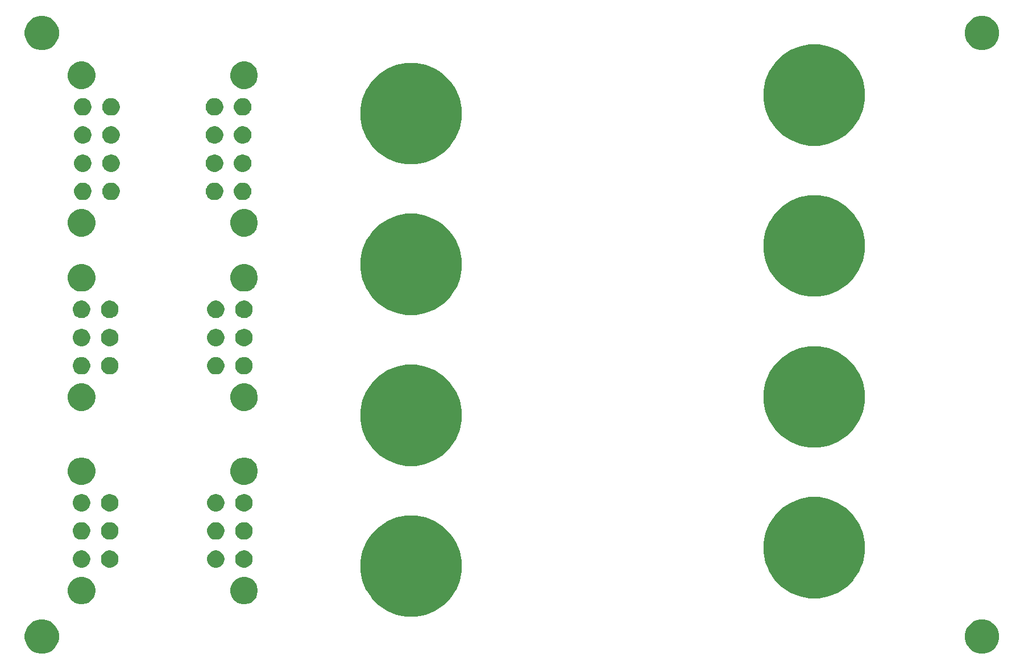
<source format=gbr>
G04 #@! TF.GenerationSoftware,KiCad,Pcbnew,(5.0.1)-3*
G04 #@! TF.CreationDate,2019-04-10T15:36:06+02:00*
G04 #@! TF.ProjectId,discovery,646973636F766572792E6B696361645F,rev?*
G04 #@! TF.SameCoordinates,PX4c4640PY8a48028*
G04 #@! TF.FileFunction,Soldermask,Bot*
G04 #@! TF.FilePolarity,Negative*
%FSLAX46Y46*%
G04 Gerber Fmt 4.6, Leading zero omitted, Abs format (unit mm)*
G04 Created by KiCad (PCBNEW (5.0.1)-3) date 10/04/2019 15:36:06*
%MOMM*%
%LPD*%
G01*
G04 APERTURE LIST*
%ADD10C,0.100000*%
G04 APERTURE END LIST*
D10*
G36*
X140745376Y2451407D02*
X140745378Y2451406D01*
X140745379Y2451406D01*
X141209632Y2259107D01*
X141625564Y1981190D01*
X141627451Y1979929D01*
X141982769Y1624611D01*
X141982771Y1624608D01*
X142261947Y1206792D01*
X142454246Y742539D01*
X142552280Y249692D01*
X142552280Y-252812D01*
X142454246Y-745659D01*
X142261947Y-1209912D01*
X141984030Y-1625844D01*
X141982769Y-1627731D01*
X141627451Y-1983049D01*
X141627448Y-1983051D01*
X141209632Y-2262227D01*
X140745379Y-2454526D01*
X140745378Y-2454526D01*
X140745376Y-2454527D01*
X140252533Y-2552560D01*
X139750027Y-2552560D01*
X139257184Y-2454527D01*
X139257182Y-2454526D01*
X139257181Y-2454526D01*
X138792928Y-2262227D01*
X138375112Y-1983051D01*
X138375109Y-1983049D01*
X138019791Y-1627731D01*
X138018530Y-1625844D01*
X137740613Y-1209912D01*
X137548314Y-745659D01*
X137450280Y-252812D01*
X137450280Y249692D01*
X137548314Y742539D01*
X137740613Y1206792D01*
X138019789Y1624608D01*
X138019791Y1624611D01*
X138375109Y1979929D01*
X138376996Y1981190D01*
X138792928Y2259107D01*
X139257181Y2451406D01*
X139257182Y2451406D01*
X139257184Y2451407D01*
X139750027Y2549440D01*
X140252533Y2549440D01*
X140745376Y2451407D01*
X140745376Y2451407D01*
G37*
G36*
X745376Y2451407D02*
X745378Y2451406D01*
X745379Y2451406D01*
X1209632Y2259107D01*
X1625564Y1981190D01*
X1627451Y1979929D01*
X1982769Y1624611D01*
X1982771Y1624608D01*
X2261947Y1206792D01*
X2454246Y742539D01*
X2552280Y249692D01*
X2552280Y-252812D01*
X2454246Y-745659D01*
X2261947Y-1209912D01*
X1984030Y-1625844D01*
X1982769Y-1627731D01*
X1627451Y-1983049D01*
X1627448Y-1983051D01*
X1209632Y-2262227D01*
X745379Y-2454526D01*
X745378Y-2454526D01*
X745376Y-2454527D01*
X252533Y-2552560D01*
X-249973Y-2552560D01*
X-742816Y-2454527D01*
X-742818Y-2454526D01*
X-742819Y-2454526D01*
X-1207072Y-2262227D01*
X-1624888Y-1983051D01*
X-1624891Y-1983049D01*
X-1980209Y-1627731D01*
X-1981470Y-1625844D01*
X-2259387Y-1209912D01*
X-2451686Y-745659D01*
X-2549720Y-252812D01*
X-2549720Y249692D01*
X-2451686Y742539D01*
X-2259387Y1206792D01*
X-1980211Y1624608D01*
X-1980209Y1624611D01*
X-1624891Y1979929D01*
X-1623004Y1981190D01*
X-1207072Y2259107D01*
X-742819Y2451406D01*
X-742818Y2451406D01*
X-742816Y2451407D01*
X-249973Y2549440D01*
X252533Y2549440D01*
X745376Y2451407D01*
X745376Y2451407D01*
G37*
G36*
X57203825Y17759260D02*
X58578018Y17190050D01*
X58578020Y17190049D01*
X59787209Y16382095D01*
X59814765Y16363683D01*
X60866523Y15311925D01*
X60866525Y15311922D01*
X61432527Y14464840D01*
X61692890Y14075178D01*
X62262100Y12700985D01*
X62552280Y11242150D01*
X62552280Y9754730D01*
X62262100Y8295895D01*
X61753425Y7067847D01*
X61692889Y6921700D01*
X61068758Y5987621D01*
X60866523Y5684955D01*
X59814765Y4633197D01*
X59814762Y4633195D01*
X58578020Y3806831D01*
X58578019Y3806830D01*
X58578018Y3806830D01*
X57203825Y3237620D01*
X55744990Y2947440D01*
X54257570Y2947440D01*
X52798735Y3237620D01*
X51424542Y3806830D01*
X51424541Y3806830D01*
X51424540Y3806831D01*
X50187798Y4633195D01*
X50187795Y4633197D01*
X49136037Y5684955D01*
X48933802Y5987621D01*
X48309671Y6921700D01*
X48249135Y7067847D01*
X47740460Y8295895D01*
X47450280Y9754730D01*
X47450280Y11242150D01*
X47740460Y12700985D01*
X48309670Y14075178D01*
X48570034Y14464840D01*
X49136035Y15311922D01*
X49136037Y15311925D01*
X50187795Y16363683D01*
X50215351Y16382095D01*
X51424540Y17190049D01*
X51424542Y17190050D01*
X52798735Y17759260D01*
X54257570Y18049440D01*
X55744990Y18049440D01*
X57203825Y17759260D01*
X57203825Y17759260D01*
G37*
G36*
X6499532Y8838022D02*
X6499534Y8838021D01*
X6499535Y8838021D01*
X6872793Y8683413D01*
X6872794Y8683412D01*
X7208719Y8458954D01*
X7494394Y8173279D01*
X7494396Y8173276D01*
X7718853Y7837353D01*
X7873461Y7464095D01*
X7952280Y7067846D01*
X7952280Y6663834D01*
X7873461Y6267585D01*
X7718853Y5894327D01*
X7718852Y5894326D01*
X7494394Y5558401D01*
X7208719Y5272726D01*
X7208716Y5272724D01*
X6872793Y5048267D01*
X6499535Y4893659D01*
X6499534Y4893659D01*
X6499532Y4893658D01*
X6103287Y4814840D01*
X5699273Y4814840D01*
X5303028Y4893658D01*
X5303026Y4893659D01*
X5303025Y4893659D01*
X4929767Y5048267D01*
X4593844Y5272724D01*
X4593841Y5272726D01*
X4308166Y5558401D01*
X4083708Y5894326D01*
X4083707Y5894327D01*
X3929099Y6267585D01*
X3850280Y6663834D01*
X3850280Y7067846D01*
X3929099Y7464095D01*
X4083707Y7837353D01*
X4308164Y8173276D01*
X4308166Y8173279D01*
X4593841Y8458954D01*
X4929766Y8683412D01*
X4929767Y8683413D01*
X5303025Y8838021D01*
X5303026Y8838021D01*
X5303028Y8838022D01*
X5699273Y8916840D01*
X6103287Y8916840D01*
X6499532Y8838022D01*
X6499532Y8838022D01*
G37*
G36*
X30699532Y8838022D02*
X30699534Y8838021D01*
X30699535Y8838021D01*
X31072793Y8683413D01*
X31072794Y8683412D01*
X31408719Y8458954D01*
X31694394Y8173279D01*
X31694396Y8173276D01*
X31918853Y7837353D01*
X32073461Y7464095D01*
X32152280Y7067846D01*
X32152280Y6663834D01*
X32073461Y6267585D01*
X31918853Y5894327D01*
X31918852Y5894326D01*
X31694394Y5558401D01*
X31408719Y5272726D01*
X31408716Y5272724D01*
X31072793Y5048267D01*
X30699535Y4893659D01*
X30699534Y4893659D01*
X30699532Y4893658D01*
X30303287Y4814840D01*
X29899273Y4814840D01*
X29503028Y4893658D01*
X29503026Y4893659D01*
X29503025Y4893659D01*
X29129767Y5048267D01*
X28793844Y5272724D01*
X28793841Y5272726D01*
X28508166Y5558401D01*
X28283708Y5894326D01*
X28283707Y5894327D01*
X28129099Y6267585D01*
X28050280Y6663834D01*
X28050280Y7067846D01*
X28129099Y7464095D01*
X28283707Y7837353D01*
X28508164Y8173276D01*
X28508166Y8173279D01*
X28793841Y8458954D01*
X29129766Y8683412D01*
X29129767Y8683413D01*
X29503025Y8838021D01*
X29503026Y8838021D01*
X29503028Y8838022D01*
X29899273Y8916840D01*
X30303287Y8916840D01*
X30699532Y8838022D01*
X30699532Y8838022D01*
G37*
G36*
X117203825Y20509260D02*
X118578018Y19940050D01*
X118578020Y19940049D01*
X119107361Y19586355D01*
X119814765Y19113683D01*
X120866523Y18061925D01*
X120866525Y18061922D01*
X121630354Y16918771D01*
X121692890Y16825178D01*
X122262100Y15450985D01*
X122552280Y13992150D01*
X122552280Y12504730D01*
X122262100Y11045895D01*
X121959285Y10314836D01*
X121692889Y9671700D01*
X120882560Y8458956D01*
X120866523Y8434955D01*
X119814765Y7383197D01*
X119814762Y7383195D01*
X118578020Y6556831D01*
X118578019Y6556830D01*
X118578018Y6556830D01*
X117203825Y5987620D01*
X115744990Y5697440D01*
X114257570Y5697440D01*
X112798735Y5987620D01*
X111424542Y6556830D01*
X111424541Y6556830D01*
X111424540Y6556831D01*
X110187798Y7383195D01*
X110187795Y7383197D01*
X109136037Y8434955D01*
X109120000Y8458956D01*
X108309671Y9671700D01*
X108043275Y10314836D01*
X107740460Y11045895D01*
X107450280Y12504730D01*
X107450280Y13992150D01*
X107740460Y15450985D01*
X108309670Y16825178D01*
X108372207Y16918771D01*
X109136035Y18061922D01*
X109136037Y18061925D01*
X110187795Y19113683D01*
X110895199Y19586355D01*
X111424540Y19940049D01*
X111424542Y19940050D01*
X112798735Y20509260D01*
X114257570Y20799440D01*
X115744990Y20799440D01*
X117203825Y20509260D01*
X117203825Y20509260D01*
G37*
G36*
X10480765Y12816844D02*
X10480767Y12816843D01*
X10480768Y12816843D01*
X10717535Y12718771D01*
X10930622Y12576391D01*
X11111831Y12395182D01*
X11254211Y12182095D01*
X11352284Y11945325D01*
X11402280Y11693979D01*
X11402280Y11437701D01*
X11352284Y11186355D01*
X11254211Y10949585D01*
X11111831Y10736498D01*
X10930622Y10555289D01*
X10930619Y10555287D01*
X10717535Y10412909D01*
X10480768Y10314837D01*
X10480767Y10314837D01*
X10480765Y10314836D01*
X10229419Y10264840D01*
X9973141Y10264840D01*
X9721795Y10314836D01*
X9721793Y10314837D01*
X9721792Y10314837D01*
X9485025Y10412909D01*
X9271941Y10555287D01*
X9271938Y10555289D01*
X9090729Y10736498D01*
X8948349Y10949585D01*
X8850276Y11186355D01*
X8800280Y11437701D01*
X8800280Y11693979D01*
X8850276Y11945325D01*
X8948349Y12182095D01*
X9090729Y12395182D01*
X9271938Y12576391D01*
X9485025Y12718771D01*
X9721792Y12816843D01*
X9721793Y12816843D01*
X9721795Y12816844D01*
X9973141Y12866840D01*
X10229419Y12866840D01*
X10480765Y12816844D01*
X10480765Y12816844D01*
G37*
G36*
X6280765Y12816844D02*
X6280767Y12816843D01*
X6280768Y12816843D01*
X6517535Y12718771D01*
X6730622Y12576391D01*
X6911831Y12395182D01*
X7054211Y12182095D01*
X7152284Y11945325D01*
X7202280Y11693979D01*
X7202280Y11437701D01*
X7152284Y11186355D01*
X7054211Y10949585D01*
X6911831Y10736498D01*
X6730622Y10555289D01*
X6730619Y10555287D01*
X6517535Y10412909D01*
X6280768Y10314837D01*
X6280767Y10314837D01*
X6280765Y10314836D01*
X6029419Y10264840D01*
X5773141Y10264840D01*
X5521795Y10314836D01*
X5521793Y10314837D01*
X5521792Y10314837D01*
X5285025Y10412909D01*
X5071941Y10555287D01*
X5071938Y10555289D01*
X4890729Y10736498D01*
X4748349Y10949585D01*
X4650276Y11186355D01*
X4600280Y11437701D01*
X4600280Y11693979D01*
X4650276Y11945325D01*
X4748349Y12182095D01*
X4890729Y12395182D01*
X5071938Y12576391D01*
X5285025Y12718771D01*
X5521792Y12816843D01*
X5521793Y12816843D01*
X5521795Y12816844D01*
X5773141Y12866840D01*
X6029419Y12866840D01*
X6280765Y12816844D01*
X6280765Y12816844D01*
G37*
G36*
X30480765Y12816844D02*
X30480767Y12816843D01*
X30480768Y12816843D01*
X30717535Y12718771D01*
X30930622Y12576391D01*
X31111831Y12395182D01*
X31254211Y12182095D01*
X31352284Y11945325D01*
X31402280Y11693979D01*
X31402280Y11437701D01*
X31352284Y11186355D01*
X31254211Y10949585D01*
X31111831Y10736498D01*
X30930622Y10555289D01*
X30930619Y10555287D01*
X30717535Y10412909D01*
X30480768Y10314837D01*
X30480767Y10314837D01*
X30480765Y10314836D01*
X30229419Y10264840D01*
X29973141Y10264840D01*
X29721795Y10314836D01*
X29721793Y10314837D01*
X29721792Y10314837D01*
X29485025Y10412909D01*
X29271941Y10555287D01*
X29271938Y10555289D01*
X29090729Y10736498D01*
X28948349Y10949585D01*
X28850276Y11186355D01*
X28800280Y11437701D01*
X28800280Y11693979D01*
X28850276Y11945325D01*
X28948349Y12182095D01*
X29090729Y12395182D01*
X29271938Y12576391D01*
X29485025Y12718771D01*
X29721792Y12816843D01*
X29721793Y12816843D01*
X29721795Y12816844D01*
X29973141Y12866840D01*
X30229419Y12866840D01*
X30480765Y12816844D01*
X30480765Y12816844D01*
G37*
G36*
X26280765Y12816844D02*
X26280767Y12816843D01*
X26280768Y12816843D01*
X26517535Y12718771D01*
X26730622Y12576391D01*
X26911831Y12395182D01*
X27054211Y12182095D01*
X27152284Y11945325D01*
X27202280Y11693979D01*
X27202280Y11437701D01*
X27152284Y11186355D01*
X27054211Y10949585D01*
X26911831Y10736498D01*
X26730622Y10555289D01*
X26730619Y10555287D01*
X26517535Y10412909D01*
X26280768Y10314837D01*
X26280767Y10314837D01*
X26280765Y10314836D01*
X26029419Y10264840D01*
X25773141Y10264840D01*
X25521795Y10314836D01*
X25521793Y10314837D01*
X25521792Y10314837D01*
X25285025Y10412909D01*
X25071941Y10555287D01*
X25071938Y10555289D01*
X24890729Y10736498D01*
X24748349Y10949585D01*
X24650276Y11186355D01*
X24600280Y11437701D01*
X24600280Y11693979D01*
X24650276Y11945325D01*
X24748349Y12182095D01*
X24890729Y12395182D01*
X25071938Y12576391D01*
X25285025Y12718771D01*
X25521792Y12816843D01*
X25521793Y12816843D01*
X25521795Y12816844D01*
X25773141Y12866840D01*
X26029419Y12866840D01*
X26280765Y12816844D01*
X26280765Y12816844D01*
G37*
G36*
X26280765Y17016844D02*
X26280767Y17016843D01*
X26280768Y17016843D01*
X26517535Y16918771D01*
X26730622Y16776391D01*
X26911831Y16595182D01*
X27054211Y16382095D01*
X27152284Y16145325D01*
X27202280Y15893979D01*
X27202280Y15637701D01*
X27152284Y15386355D01*
X27054211Y15149585D01*
X26911831Y14936498D01*
X26730622Y14755289D01*
X26730619Y14755287D01*
X26517535Y14612909D01*
X26280768Y14514837D01*
X26280767Y14514837D01*
X26280765Y14514836D01*
X26029419Y14464840D01*
X25773141Y14464840D01*
X25521795Y14514836D01*
X25521793Y14514837D01*
X25521792Y14514837D01*
X25285025Y14612909D01*
X25071941Y14755287D01*
X25071938Y14755289D01*
X24890729Y14936498D01*
X24748349Y15149585D01*
X24650276Y15386355D01*
X24600280Y15637701D01*
X24600280Y15893979D01*
X24650276Y16145325D01*
X24748349Y16382095D01*
X24890729Y16595182D01*
X25071938Y16776391D01*
X25285025Y16918771D01*
X25521792Y17016843D01*
X25521793Y17016843D01*
X25521795Y17016844D01*
X25773141Y17066840D01*
X26029419Y17066840D01*
X26280765Y17016844D01*
X26280765Y17016844D01*
G37*
G36*
X10480765Y17016844D02*
X10480767Y17016843D01*
X10480768Y17016843D01*
X10717535Y16918771D01*
X10930622Y16776391D01*
X11111831Y16595182D01*
X11254211Y16382095D01*
X11352284Y16145325D01*
X11402280Y15893979D01*
X11402280Y15637701D01*
X11352284Y15386355D01*
X11254211Y15149585D01*
X11111831Y14936498D01*
X10930622Y14755289D01*
X10930619Y14755287D01*
X10717535Y14612909D01*
X10480768Y14514837D01*
X10480767Y14514837D01*
X10480765Y14514836D01*
X10229419Y14464840D01*
X9973141Y14464840D01*
X9721795Y14514836D01*
X9721793Y14514837D01*
X9721792Y14514837D01*
X9485025Y14612909D01*
X9271941Y14755287D01*
X9271938Y14755289D01*
X9090729Y14936498D01*
X8948349Y15149585D01*
X8850276Y15386355D01*
X8800280Y15637701D01*
X8800280Y15893979D01*
X8850276Y16145325D01*
X8948349Y16382095D01*
X9090729Y16595182D01*
X9271938Y16776391D01*
X9485025Y16918771D01*
X9721792Y17016843D01*
X9721793Y17016843D01*
X9721795Y17016844D01*
X9973141Y17066840D01*
X10229419Y17066840D01*
X10480765Y17016844D01*
X10480765Y17016844D01*
G37*
G36*
X6280765Y17016844D02*
X6280767Y17016843D01*
X6280768Y17016843D01*
X6517535Y16918771D01*
X6730622Y16776391D01*
X6911831Y16595182D01*
X7054211Y16382095D01*
X7152284Y16145325D01*
X7202280Y15893979D01*
X7202280Y15637701D01*
X7152284Y15386355D01*
X7054211Y15149585D01*
X6911831Y14936498D01*
X6730622Y14755289D01*
X6730619Y14755287D01*
X6517535Y14612909D01*
X6280768Y14514837D01*
X6280767Y14514837D01*
X6280765Y14514836D01*
X6029419Y14464840D01*
X5773141Y14464840D01*
X5521795Y14514836D01*
X5521793Y14514837D01*
X5521792Y14514837D01*
X5285025Y14612909D01*
X5071941Y14755287D01*
X5071938Y14755289D01*
X4890729Y14936498D01*
X4748349Y15149585D01*
X4650276Y15386355D01*
X4600280Y15637701D01*
X4600280Y15893979D01*
X4650276Y16145325D01*
X4748349Y16382095D01*
X4890729Y16595182D01*
X5071938Y16776391D01*
X5285025Y16918771D01*
X5521792Y17016843D01*
X5521793Y17016843D01*
X5521795Y17016844D01*
X5773141Y17066840D01*
X6029419Y17066840D01*
X6280765Y17016844D01*
X6280765Y17016844D01*
G37*
G36*
X30480765Y17016844D02*
X30480767Y17016843D01*
X30480768Y17016843D01*
X30717535Y16918771D01*
X30930622Y16776391D01*
X31111831Y16595182D01*
X31254211Y16382095D01*
X31352284Y16145325D01*
X31402280Y15893979D01*
X31402280Y15637701D01*
X31352284Y15386355D01*
X31254211Y15149585D01*
X31111831Y14936498D01*
X30930622Y14755289D01*
X30930619Y14755287D01*
X30717535Y14612909D01*
X30480768Y14514837D01*
X30480767Y14514837D01*
X30480765Y14514836D01*
X30229419Y14464840D01*
X29973141Y14464840D01*
X29721795Y14514836D01*
X29721793Y14514837D01*
X29721792Y14514837D01*
X29485025Y14612909D01*
X29271941Y14755287D01*
X29271938Y14755289D01*
X29090729Y14936498D01*
X28948349Y15149585D01*
X28850276Y15386355D01*
X28800280Y15637701D01*
X28800280Y15893979D01*
X28850276Y16145325D01*
X28948349Y16382095D01*
X29090729Y16595182D01*
X29271938Y16776391D01*
X29485025Y16918771D01*
X29721792Y17016843D01*
X29721793Y17016843D01*
X29721795Y17016844D01*
X29973141Y17066840D01*
X30229419Y17066840D01*
X30480765Y17016844D01*
X30480765Y17016844D01*
G37*
G36*
X26280765Y21216844D02*
X26280767Y21216843D01*
X26280768Y21216843D01*
X26517535Y21118771D01*
X26730622Y20976391D01*
X26911831Y20795182D01*
X27054211Y20582095D01*
X27152284Y20345325D01*
X27202280Y20093979D01*
X27202280Y19837701D01*
X27152284Y19586355D01*
X27054211Y19349585D01*
X26911831Y19136498D01*
X26730622Y18955289D01*
X26730619Y18955287D01*
X26517535Y18812909D01*
X26280768Y18714837D01*
X26280767Y18714837D01*
X26280765Y18714836D01*
X26029419Y18664840D01*
X25773141Y18664840D01*
X25521795Y18714836D01*
X25521793Y18714837D01*
X25521792Y18714837D01*
X25285025Y18812909D01*
X25071941Y18955287D01*
X25071938Y18955289D01*
X24890729Y19136498D01*
X24748349Y19349585D01*
X24650276Y19586355D01*
X24600280Y19837701D01*
X24600280Y20093979D01*
X24650276Y20345325D01*
X24748349Y20582095D01*
X24890729Y20795182D01*
X25071938Y20976391D01*
X25285025Y21118771D01*
X25521792Y21216843D01*
X25521793Y21216843D01*
X25521795Y21216844D01*
X25773141Y21266840D01*
X26029419Y21266840D01*
X26280765Y21216844D01*
X26280765Y21216844D01*
G37*
G36*
X6280765Y21216844D02*
X6280767Y21216843D01*
X6280768Y21216843D01*
X6517535Y21118771D01*
X6730622Y20976391D01*
X6911831Y20795182D01*
X7054211Y20582095D01*
X7152284Y20345325D01*
X7202280Y20093979D01*
X7202280Y19837701D01*
X7152284Y19586355D01*
X7054211Y19349585D01*
X6911831Y19136498D01*
X6730622Y18955289D01*
X6730619Y18955287D01*
X6517535Y18812909D01*
X6280768Y18714837D01*
X6280767Y18714837D01*
X6280765Y18714836D01*
X6029419Y18664840D01*
X5773141Y18664840D01*
X5521795Y18714836D01*
X5521793Y18714837D01*
X5521792Y18714837D01*
X5285025Y18812909D01*
X5071941Y18955287D01*
X5071938Y18955289D01*
X4890729Y19136498D01*
X4748349Y19349585D01*
X4650276Y19586355D01*
X4600280Y19837701D01*
X4600280Y20093979D01*
X4650276Y20345325D01*
X4748349Y20582095D01*
X4890729Y20795182D01*
X5071938Y20976391D01*
X5285025Y21118771D01*
X5521792Y21216843D01*
X5521793Y21216843D01*
X5521795Y21216844D01*
X5773141Y21266840D01*
X6029419Y21266840D01*
X6280765Y21216844D01*
X6280765Y21216844D01*
G37*
G36*
X10480765Y21216844D02*
X10480767Y21216843D01*
X10480768Y21216843D01*
X10717535Y21118771D01*
X10930622Y20976391D01*
X11111831Y20795182D01*
X11254211Y20582095D01*
X11352284Y20345325D01*
X11402280Y20093979D01*
X11402280Y19837701D01*
X11352284Y19586355D01*
X11254211Y19349585D01*
X11111831Y19136498D01*
X10930622Y18955289D01*
X10930619Y18955287D01*
X10717535Y18812909D01*
X10480768Y18714837D01*
X10480767Y18714837D01*
X10480765Y18714836D01*
X10229419Y18664840D01*
X9973141Y18664840D01*
X9721795Y18714836D01*
X9721793Y18714837D01*
X9721792Y18714837D01*
X9485025Y18812909D01*
X9271941Y18955287D01*
X9271938Y18955289D01*
X9090729Y19136498D01*
X8948349Y19349585D01*
X8850276Y19586355D01*
X8800280Y19837701D01*
X8800280Y20093979D01*
X8850276Y20345325D01*
X8948349Y20582095D01*
X9090729Y20795182D01*
X9271938Y20976391D01*
X9485025Y21118771D01*
X9721792Y21216843D01*
X9721793Y21216843D01*
X9721795Y21216844D01*
X9973141Y21266840D01*
X10229419Y21266840D01*
X10480765Y21216844D01*
X10480765Y21216844D01*
G37*
G36*
X30480765Y21216844D02*
X30480767Y21216843D01*
X30480768Y21216843D01*
X30717535Y21118771D01*
X30930622Y20976391D01*
X31111831Y20795182D01*
X31254211Y20582095D01*
X31352284Y20345325D01*
X31402280Y20093979D01*
X31402280Y19837701D01*
X31352284Y19586355D01*
X31254211Y19349585D01*
X31111831Y19136498D01*
X30930622Y18955289D01*
X30930619Y18955287D01*
X30717535Y18812909D01*
X30480768Y18714837D01*
X30480767Y18714837D01*
X30480765Y18714836D01*
X30229419Y18664840D01*
X29973141Y18664840D01*
X29721795Y18714836D01*
X29721793Y18714837D01*
X29721792Y18714837D01*
X29485025Y18812909D01*
X29271941Y18955287D01*
X29271938Y18955289D01*
X29090729Y19136498D01*
X28948349Y19349585D01*
X28850276Y19586355D01*
X28800280Y19837701D01*
X28800280Y20093979D01*
X28850276Y20345325D01*
X28948349Y20582095D01*
X29090729Y20795182D01*
X29271938Y20976391D01*
X29485025Y21118771D01*
X29721792Y21216843D01*
X29721793Y21216843D01*
X29721795Y21216844D01*
X29973141Y21266840D01*
X30229419Y21266840D01*
X30480765Y21216844D01*
X30480765Y21216844D01*
G37*
G36*
X30699532Y26638022D02*
X30699534Y26638021D01*
X30699535Y26638021D01*
X31072793Y26483413D01*
X31072794Y26483412D01*
X31408719Y26258954D01*
X31694394Y25973279D01*
X31694396Y25973276D01*
X31918853Y25637353D01*
X32073461Y25264095D01*
X32152280Y24867846D01*
X32152280Y24463834D01*
X32073461Y24067585D01*
X31918853Y23694327D01*
X31918852Y23694326D01*
X31694394Y23358401D01*
X31408719Y23072726D01*
X31408716Y23072724D01*
X31072793Y22848267D01*
X30699535Y22693659D01*
X30699534Y22693659D01*
X30699532Y22693658D01*
X30303287Y22614840D01*
X29899273Y22614840D01*
X29503028Y22693658D01*
X29503026Y22693659D01*
X29503025Y22693659D01*
X29129767Y22848267D01*
X28793844Y23072724D01*
X28793841Y23072726D01*
X28508166Y23358401D01*
X28283708Y23694326D01*
X28283707Y23694327D01*
X28129099Y24067585D01*
X28050280Y24463834D01*
X28050280Y24867846D01*
X28129099Y25264095D01*
X28283707Y25637353D01*
X28508164Y25973276D01*
X28508166Y25973279D01*
X28793841Y26258954D01*
X29129766Y26483412D01*
X29129767Y26483413D01*
X29503025Y26638021D01*
X29503026Y26638021D01*
X29503028Y26638022D01*
X29899273Y26716840D01*
X30303287Y26716840D01*
X30699532Y26638022D01*
X30699532Y26638022D01*
G37*
G36*
X6499532Y26638022D02*
X6499534Y26638021D01*
X6499535Y26638021D01*
X6872793Y26483413D01*
X6872794Y26483412D01*
X7208719Y26258954D01*
X7494394Y25973279D01*
X7494396Y25973276D01*
X7718853Y25637353D01*
X7873461Y25264095D01*
X7952280Y24867846D01*
X7952280Y24463834D01*
X7873461Y24067585D01*
X7718853Y23694327D01*
X7718852Y23694326D01*
X7494394Y23358401D01*
X7208719Y23072726D01*
X7208716Y23072724D01*
X6872793Y22848267D01*
X6499535Y22693659D01*
X6499534Y22693659D01*
X6499532Y22693658D01*
X6103287Y22614840D01*
X5699273Y22614840D01*
X5303028Y22693658D01*
X5303026Y22693659D01*
X5303025Y22693659D01*
X4929767Y22848267D01*
X4593844Y23072724D01*
X4593841Y23072726D01*
X4308166Y23358401D01*
X4083708Y23694326D01*
X4083707Y23694327D01*
X3929099Y24067585D01*
X3850280Y24463834D01*
X3850280Y24867846D01*
X3929099Y25264095D01*
X4083707Y25637353D01*
X4308164Y25973276D01*
X4308166Y25973279D01*
X4593841Y26258954D01*
X4929766Y26483412D01*
X4929767Y26483413D01*
X5303025Y26638021D01*
X5303026Y26638021D01*
X5303028Y26638022D01*
X5699273Y26716840D01*
X6103287Y26716840D01*
X6499532Y26638022D01*
X6499532Y26638022D01*
G37*
G36*
X57203825Y40259260D02*
X58578018Y39690050D01*
X58578020Y39690049D01*
X59390097Y39147437D01*
X59814765Y38863683D01*
X60866523Y37811925D01*
X60866525Y37811922D01*
X61629564Y36669953D01*
X61692890Y36575178D01*
X62262100Y35200985D01*
X62552280Y33742150D01*
X62552280Y32254730D01*
X62262100Y30795895D01*
X61692890Y29421702D01*
X61692889Y29421700D01*
X61449091Y29056830D01*
X60866523Y28184955D01*
X59814765Y27133197D01*
X59814762Y27133195D01*
X58578020Y26306831D01*
X58578019Y26306830D01*
X58578018Y26306830D01*
X57203825Y25737620D01*
X55744990Y25447440D01*
X54257570Y25447440D01*
X52798735Y25737620D01*
X51424542Y26306830D01*
X51424541Y26306830D01*
X51424540Y26306831D01*
X50187798Y27133195D01*
X50187795Y27133197D01*
X49136037Y28184955D01*
X48553469Y29056830D01*
X48309671Y29421700D01*
X48309670Y29421702D01*
X47740460Y30795895D01*
X47450280Y32254730D01*
X47450280Y33742150D01*
X47740460Y35200985D01*
X48309670Y36575178D01*
X48372997Y36669953D01*
X49136035Y37811922D01*
X49136037Y37811925D01*
X50187795Y38863683D01*
X50612463Y39147437D01*
X51424540Y39690049D01*
X51424542Y39690050D01*
X52798735Y40259260D01*
X54257570Y40549440D01*
X55744990Y40549440D01*
X57203825Y40259260D01*
X57203825Y40259260D01*
G37*
G36*
X117203825Y43009260D02*
X118578018Y42440050D01*
X118578020Y42440049D01*
X119686420Y41699440D01*
X119814765Y41613683D01*
X120866523Y40561925D01*
X120866525Y40561922D01*
X121650990Y39387887D01*
X121692890Y39325178D01*
X122262100Y37950985D01*
X122552280Y36492150D01*
X122552280Y35004730D01*
X122262100Y33545895D01*
X121692890Y32171702D01*
X120866523Y30934955D01*
X119814765Y29883197D01*
X119814762Y29883195D01*
X118578020Y29056831D01*
X118578019Y29056830D01*
X118578018Y29056830D01*
X117203825Y28487620D01*
X115744990Y28197440D01*
X114257570Y28197440D01*
X112798735Y28487620D01*
X111424542Y29056830D01*
X111424541Y29056830D01*
X111424540Y29056831D01*
X110187798Y29883195D01*
X110187795Y29883197D01*
X109136037Y30934955D01*
X108309670Y32171702D01*
X107740460Y33545895D01*
X107450280Y35004730D01*
X107450280Y36492150D01*
X107740460Y37950985D01*
X108309670Y39325178D01*
X108351571Y39387887D01*
X109136035Y40561922D01*
X109136037Y40561925D01*
X110187795Y41613683D01*
X110316140Y41699440D01*
X111424540Y42440049D01*
X111424542Y42440050D01*
X112798735Y43009260D01*
X114257570Y43299440D01*
X115744990Y43299440D01*
X117203825Y43009260D01*
X117203825Y43009260D01*
G37*
G36*
X30699532Y37670622D02*
X30699534Y37670621D01*
X30699535Y37670621D01*
X31072793Y37516013D01*
X31072794Y37516012D01*
X31408719Y37291554D01*
X31694394Y37005879D01*
X31694396Y37005876D01*
X31918853Y36669953D01*
X32073461Y36296695D01*
X32073462Y36296692D01*
X32152280Y35900447D01*
X32152280Y35496433D01*
X32093512Y35200985D01*
X32073461Y35100185D01*
X31918853Y34726927D01*
X31918852Y34726926D01*
X31694394Y34391001D01*
X31408719Y34105326D01*
X31408716Y34105324D01*
X31072793Y33880867D01*
X30699535Y33726259D01*
X30699534Y33726259D01*
X30699532Y33726258D01*
X30303287Y33647440D01*
X29899273Y33647440D01*
X29503028Y33726258D01*
X29503026Y33726259D01*
X29503025Y33726259D01*
X29129767Y33880867D01*
X28793844Y34105324D01*
X28793841Y34105326D01*
X28508166Y34391001D01*
X28283708Y34726926D01*
X28283707Y34726927D01*
X28129099Y35100185D01*
X28109049Y35200985D01*
X28050280Y35496433D01*
X28050280Y35900447D01*
X28129098Y36296692D01*
X28129099Y36296695D01*
X28283707Y36669953D01*
X28508164Y37005876D01*
X28508166Y37005879D01*
X28793841Y37291554D01*
X29129766Y37516012D01*
X29129767Y37516013D01*
X29503025Y37670621D01*
X29503026Y37670621D01*
X29503028Y37670622D01*
X29899273Y37749440D01*
X30303287Y37749440D01*
X30699532Y37670622D01*
X30699532Y37670622D01*
G37*
G36*
X6499532Y37670622D02*
X6499534Y37670621D01*
X6499535Y37670621D01*
X6872793Y37516013D01*
X6872794Y37516012D01*
X7208719Y37291554D01*
X7494394Y37005879D01*
X7494396Y37005876D01*
X7718853Y36669953D01*
X7873461Y36296695D01*
X7873462Y36296692D01*
X7952280Y35900447D01*
X7952280Y35496433D01*
X7893512Y35200985D01*
X7873461Y35100185D01*
X7718853Y34726927D01*
X7718852Y34726926D01*
X7494394Y34391001D01*
X7208719Y34105326D01*
X7208716Y34105324D01*
X6872793Y33880867D01*
X6499535Y33726259D01*
X6499534Y33726259D01*
X6499532Y33726258D01*
X6103287Y33647440D01*
X5699273Y33647440D01*
X5303028Y33726258D01*
X5303026Y33726259D01*
X5303025Y33726259D01*
X4929767Y33880867D01*
X4593844Y34105324D01*
X4593841Y34105326D01*
X4308166Y34391001D01*
X4083708Y34726926D01*
X4083707Y34726927D01*
X3929099Y35100185D01*
X3909049Y35200985D01*
X3850280Y35496433D01*
X3850280Y35900447D01*
X3929098Y36296692D01*
X3929099Y36296695D01*
X4083707Y36669953D01*
X4308164Y37005876D01*
X4308166Y37005879D01*
X4593841Y37291554D01*
X4929766Y37516012D01*
X4929767Y37516013D01*
X5303025Y37670621D01*
X5303026Y37670621D01*
X5303028Y37670622D01*
X5699273Y37749440D01*
X6103287Y37749440D01*
X6499532Y37670622D01*
X6499532Y37670622D01*
G37*
G36*
X10480765Y41649444D02*
X10480767Y41649443D01*
X10480768Y41649443D01*
X10567100Y41613683D01*
X10717535Y41551371D01*
X10930622Y41408991D01*
X11111831Y41227782D01*
X11254211Y41014695D01*
X11352284Y40777925D01*
X11402280Y40526579D01*
X11402280Y40270301D01*
X11352284Y40018955D01*
X11254211Y39782185D01*
X11111831Y39569098D01*
X10930622Y39387889D01*
X10930619Y39387887D01*
X10717535Y39245509D01*
X10480768Y39147437D01*
X10480767Y39147437D01*
X10480765Y39147436D01*
X10229419Y39097440D01*
X9973141Y39097440D01*
X9721795Y39147436D01*
X9721793Y39147437D01*
X9721792Y39147437D01*
X9485025Y39245509D01*
X9271941Y39387887D01*
X9271938Y39387889D01*
X9090729Y39569098D01*
X8948349Y39782185D01*
X8850276Y40018955D01*
X8800280Y40270301D01*
X8800280Y40526579D01*
X8850276Y40777925D01*
X8948349Y41014695D01*
X9090729Y41227782D01*
X9271938Y41408991D01*
X9485025Y41551371D01*
X9635460Y41613683D01*
X9721792Y41649443D01*
X9721793Y41649443D01*
X9721795Y41649444D01*
X9973141Y41699440D01*
X10229419Y41699440D01*
X10480765Y41649444D01*
X10480765Y41649444D01*
G37*
G36*
X6280765Y41649444D02*
X6280767Y41649443D01*
X6280768Y41649443D01*
X6367100Y41613683D01*
X6517535Y41551371D01*
X6730622Y41408991D01*
X6911831Y41227782D01*
X7054211Y41014695D01*
X7152284Y40777925D01*
X7202280Y40526579D01*
X7202280Y40270301D01*
X7152284Y40018955D01*
X7054211Y39782185D01*
X6911831Y39569098D01*
X6730622Y39387889D01*
X6730619Y39387887D01*
X6517535Y39245509D01*
X6280768Y39147437D01*
X6280767Y39147437D01*
X6280765Y39147436D01*
X6029419Y39097440D01*
X5773141Y39097440D01*
X5521795Y39147436D01*
X5521793Y39147437D01*
X5521792Y39147437D01*
X5285025Y39245509D01*
X5071941Y39387887D01*
X5071938Y39387889D01*
X4890729Y39569098D01*
X4748349Y39782185D01*
X4650276Y40018955D01*
X4600280Y40270301D01*
X4600280Y40526579D01*
X4650276Y40777925D01*
X4748349Y41014695D01*
X4890729Y41227782D01*
X5071938Y41408991D01*
X5285025Y41551371D01*
X5435460Y41613683D01*
X5521792Y41649443D01*
X5521793Y41649443D01*
X5521795Y41649444D01*
X5773141Y41699440D01*
X6029419Y41699440D01*
X6280765Y41649444D01*
X6280765Y41649444D01*
G37*
G36*
X30480765Y41649444D02*
X30480767Y41649443D01*
X30480768Y41649443D01*
X30567100Y41613683D01*
X30717535Y41551371D01*
X30930622Y41408991D01*
X31111831Y41227782D01*
X31254211Y41014695D01*
X31352284Y40777925D01*
X31402280Y40526579D01*
X31402280Y40270301D01*
X31352284Y40018955D01*
X31254211Y39782185D01*
X31111831Y39569098D01*
X30930622Y39387889D01*
X30930619Y39387887D01*
X30717535Y39245509D01*
X30480768Y39147437D01*
X30480767Y39147437D01*
X30480765Y39147436D01*
X30229419Y39097440D01*
X29973141Y39097440D01*
X29721795Y39147436D01*
X29721793Y39147437D01*
X29721792Y39147437D01*
X29485025Y39245509D01*
X29271941Y39387887D01*
X29271938Y39387889D01*
X29090729Y39569098D01*
X28948349Y39782185D01*
X28850276Y40018955D01*
X28800280Y40270301D01*
X28800280Y40526579D01*
X28850276Y40777925D01*
X28948349Y41014695D01*
X29090729Y41227782D01*
X29271938Y41408991D01*
X29485025Y41551371D01*
X29635460Y41613683D01*
X29721792Y41649443D01*
X29721793Y41649443D01*
X29721795Y41649444D01*
X29973141Y41699440D01*
X30229419Y41699440D01*
X30480765Y41649444D01*
X30480765Y41649444D01*
G37*
G36*
X26280765Y41649444D02*
X26280767Y41649443D01*
X26280768Y41649443D01*
X26367100Y41613683D01*
X26517535Y41551371D01*
X26730622Y41408991D01*
X26911831Y41227782D01*
X27054211Y41014695D01*
X27152284Y40777925D01*
X27202280Y40526579D01*
X27202280Y40270301D01*
X27152284Y40018955D01*
X27054211Y39782185D01*
X26911831Y39569098D01*
X26730622Y39387889D01*
X26730619Y39387887D01*
X26517535Y39245509D01*
X26280768Y39147437D01*
X26280767Y39147437D01*
X26280765Y39147436D01*
X26029419Y39097440D01*
X25773141Y39097440D01*
X25521795Y39147436D01*
X25521793Y39147437D01*
X25521792Y39147437D01*
X25285025Y39245509D01*
X25071941Y39387887D01*
X25071938Y39387889D01*
X24890729Y39569098D01*
X24748349Y39782185D01*
X24650276Y40018955D01*
X24600280Y40270301D01*
X24600280Y40526579D01*
X24650276Y40777925D01*
X24748349Y41014695D01*
X24890729Y41227782D01*
X25071938Y41408991D01*
X25285025Y41551371D01*
X25435460Y41613683D01*
X25521792Y41649443D01*
X25521793Y41649443D01*
X25521795Y41649444D01*
X25773141Y41699440D01*
X26029419Y41699440D01*
X26280765Y41649444D01*
X26280765Y41649444D01*
G37*
G36*
X30480765Y45849444D02*
X30480767Y45849443D01*
X30480768Y45849443D01*
X30717535Y45751371D01*
X30930622Y45608991D01*
X31111831Y45427782D01*
X31254211Y45214695D01*
X31352284Y44977925D01*
X31402280Y44726579D01*
X31402280Y44470301D01*
X31352284Y44218955D01*
X31254211Y43982185D01*
X31111831Y43769098D01*
X30930622Y43587889D01*
X30930619Y43587887D01*
X30717535Y43445509D01*
X30480768Y43347437D01*
X30480767Y43347437D01*
X30480765Y43347436D01*
X30229419Y43297440D01*
X29973141Y43297440D01*
X29721795Y43347436D01*
X29721793Y43347437D01*
X29721792Y43347437D01*
X29485025Y43445509D01*
X29271941Y43587887D01*
X29271938Y43587889D01*
X29090729Y43769098D01*
X28948349Y43982185D01*
X28850276Y44218955D01*
X28800280Y44470301D01*
X28800280Y44726579D01*
X28850276Y44977925D01*
X28948349Y45214695D01*
X29090729Y45427782D01*
X29271938Y45608991D01*
X29485025Y45751371D01*
X29721792Y45849443D01*
X29721793Y45849443D01*
X29721795Y45849444D01*
X29973141Y45899440D01*
X30229419Y45899440D01*
X30480765Y45849444D01*
X30480765Y45849444D01*
G37*
G36*
X6280765Y45849444D02*
X6280767Y45849443D01*
X6280768Y45849443D01*
X6517535Y45751371D01*
X6730622Y45608991D01*
X6911831Y45427782D01*
X7054211Y45214695D01*
X7152284Y44977925D01*
X7202280Y44726579D01*
X7202280Y44470301D01*
X7152284Y44218955D01*
X7054211Y43982185D01*
X6911831Y43769098D01*
X6730622Y43587889D01*
X6730619Y43587887D01*
X6517535Y43445509D01*
X6280768Y43347437D01*
X6280767Y43347437D01*
X6280765Y43347436D01*
X6029419Y43297440D01*
X5773141Y43297440D01*
X5521795Y43347436D01*
X5521793Y43347437D01*
X5521792Y43347437D01*
X5285025Y43445509D01*
X5071941Y43587887D01*
X5071938Y43587889D01*
X4890729Y43769098D01*
X4748349Y43982185D01*
X4650276Y44218955D01*
X4600280Y44470301D01*
X4600280Y44726579D01*
X4650276Y44977925D01*
X4748349Y45214695D01*
X4890729Y45427782D01*
X5071938Y45608991D01*
X5285025Y45751371D01*
X5521792Y45849443D01*
X5521793Y45849443D01*
X5521795Y45849444D01*
X5773141Y45899440D01*
X6029419Y45899440D01*
X6280765Y45849444D01*
X6280765Y45849444D01*
G37*
G36*
X26280765Y45849444D02*
X26280767Y45849443D01*
X26280768Y45849443D01*
X26517535Y45751371D01*
X26730622Y45608991D01*
X26911831Y45427782D01*
X27054211Y45214695D01*
X27152284Y44977925D01*
X27202280Y44726579D01*
X27202280Y44470301D01*
X27152284Y44218955D01*
X27054211Y43982185D01*
X26911831Y43769098D01*
X26730622Y43587889D01*
X26730619Y43587887D01*
X26517535Y43445509D01*
X26280768Y43347437D01*
X26280767Y43347437D01*
X26280765Y43347436D01*
X26029419Y43297440D01*
X25773141Y43297440D01*
X25521795Y43347436D01*
X25521793Y43347437D01*
X25521792Y43347437D01*
X25285025Y43445509D01*
X25071941Y43587887D01*
X25071938Y43587889D01*
X24890729Y43769098D01*
X24748349Y43982185D01*
X24650276Y44218955D01*
X24600280Y44470301D01*
X24600280Y44726579D01*
X24650276Y44977925D01*
X24748349Y45214695D01*
X24890729Y45427782D01*
X25071938Y45608991D01*
X25285025Y45751371D01*
X25521792Y45849443D01*
X25521793Y45849443D01*
X25521795Y45849444D01*
X25773141Y45899440D01*
X26029419Y45899440D01*
X26280765Y45849444D01*
X26280765Y45849444D01*
G37*
G36*
X10480765Y45849444D02*
X10480767Y45849443D01*
X10480768Y45849443D01*
X10717535Y45751371D01*
X10930622Y45608991D01*
X11111831Y45427782D01*
X11254211Y45214695D01*
X11352284Y44977925D01*
X11402280Y44726579D01*
X11402280Y44470301D01*
X11352284Y44218955D01*
X11254211Y43982185D01*
X11111831Y43769098D01*
X10930622Y43587889D01*
X10930619Y43587887D01*
X10717535Y43445509D01*
X10480768Y43347437D01*
X10480767Y43347437D01*
X10480765Y43347436D01*
X10229419Y43297440D01*
X9973141Y43297440D01*
X9721795Y43347436D01*
X9721793Y43347437D01*
X9721792Y43347437D01*
X9485025Y43445509D01*
X9271941Y43587887D01*
X9271938Y43587889D01*
X9090729Y43769098D01*
X8948349Y43982185D01*
X8850276Y44218955D01*
X8800280Y44470301D01*
X8800280Y44726579D01*
X8850276Y44977925D01*
X8948349Y45214695D01*
X9090729Y45427782D01*
X9271938Y45608991D01*
X9485025Y45751371D01*
X9721792Y45849443D01*
X9721793Y45849443D01*
X9721795Y45849444D01*
X9973141Y45899440D01*
X10229419Y45899440D01*
X10480765Y45849444D01*
X10480765Y45849444D01*
G37*
G36*
X30480765Y50049444D02*
X30480767Y50049443D01*
X30480768Y50049443D01*
X30717535Y49951371D01*
X30930622Y49808991D01*
X31111831Y49627782D01*
X31254211Y49414695D01*
X31352284Y49177925D01*
X31402280Y48926579D01*
X31402280Y48670301D01*
X31352284Y48418955D01*
X31254211Y48182185D01*
X31111831Y47969098D01*
X30930622Y47787889D01*
X30930619Y47787887D01*
X30717535Y47645509D01*
X30480768Y47547437D01*
X30480767Y47547437D01*
X30480765Y47547436D01*
X30229419Y47497440D01*
X29973141Y47497440D01*
X29721795Y47547436D01*
X29721793Y47547437D01*
X29721792Y47547437D01*
X29485025Y47645509D01*
X29271941Y47787887D01*
X29271938Y47787889D01*
X29090729Y47969098D01*
X28948349Y48182185D01*
X28850276Y48418955D01*
X28800280Y48670301D01*
X28800280Y48926579D01*
X28850276Y49177925D01*
X28948349Y49414695D01*
X29090729Y49627782D01*
X29271938Y49808991D01*
X29485025Y49951371D01*
X29721792Y50049443D01*
X29721793Y50049443D01*
X29721795Y50049444D01*
X29973141Y50099440D01*
X30229419Y50099440D01*
X30480765Y50049444D01*
X30480765Y50049444D01*
G37*
G36*
X6280765Y50049444D02*
X6280767Y50049443D01*
X6280768Y50049443D01*
X6517535Y49951371D01*
X6730622Y49808991D01*
X6911831Y49627782D01*
X7054211Y49414695D01*
X7152284Y49177925D01*
X7202280Y48926579D01*
X7202280Y48670301D01*
X7152284Y48418955D01*
X7054211Y48182185D01*
X6911831Y47969098D01*
X6730622Y47787889D01*
X6730619Y47787887D01*
X6517535Y47645509D01*
X6280768Y47547437D01*
X6280767Y47547437D01*
X6280765Y47547436D01*
X6029419Y47497440D01*
X5773141Y47497440D01*
X5521795Y47547436D01*
X5521793Y47547437D01*
X5521792Y47547437D01*
X5285025Y47645509D01*
X5071941Y47787887D01*
X5071938Y47787889D01*
X4890729Y47969098D01*
X4748349Y48182185D01*
X4650276Y48418955D01*
X4600280Y48670301D01*
X4600280Y48926579D01*
X4650276Y49177925D01*
X4748349Y49414695D01*
X4890729Y49627782D01*
X5071938Y49808991D01*
X5285025Y49951371D01*
X5521792Y50049443D01*
X5521793Y50049443D01*
X5521795Y50049444D01*
X5773141Y50099440D01*
X6029419Y50099440D01*
X6280765Y50049444D01*
X6280765Y50049444D01*
G37*
G36*
X10480765Y50049444D02*
X10480767Y50049443D01*
X10480768Y50049443D01*
X10717535Y49951371D01*
X10930622Y49808991D01*
X11111831Y49627782D01*
X11254211Y49414695D01*
X11352284Y49177925D01*
X11402280Y48926579D01*
X11402280Y48670301D01*
X11352284Y48418955D01*
X11254211Y48182185D01*
X11111831Y47969098D01*
X10930622Y47787889D01*
X10930619Y47787887D01*
X10717535Y47645509D01*
X10480768Y47547437D01*
X10480767Y47547437D01*
X10480765Y47547436D01*
X10229419Y47497440D01*
X9973141Y47497440D01*
X9721795Y47547436D01*
X9721793Y47547437D01*
X9721792Y47547437D01*
X9485025Y47645509D01*
X9271941Y47787887D01*
X9271938Y47787889D01*
X9090729Y47969098D01*
X8948349Y48182185D01*
X8850276Y48418955D01*
X8800280Y48670301D01*
X8800280Y48926579D01*
X8850276Y49177925D01*
X8948349Y49414695D01*
X9090729Y49627782D01*
X9271938Y49808991D01*
X9485025Y49951371D01*
X9721792Y50049443D01*
X9721793Y50049443D01*
X9721795Y50049444D01*
X9973141Y50099440D01*
X10229419Y50099440D01*
X10480765Y50049444D01*
X10480765Y50049444D01*
G37*
G36*
X26280765Y50049444D02*
X26280767Y50049443D01*
X26280768Y50049443D01*
X26517535Y49951371D01*
X26730622Y49808991D01*
X26911831Y49627782D01*
X27054211Y49414695D01*
X27152284Y49177925D01*
X27202280Y48926579D01*
X27202280Y48670301D01*
X27152284Y48418955D01*
X27054211Y48182185D01*
X26911831Y47969098D01*
X26730622Y47787889D01*
X26730619Y47787887D01*
X26517535Y47645509D01*
X26280768Y47547437D01*
X26280767Y47547437D01*
X26280765Y47547436D01*
X26029419Y47497440D01*
X25773141Y47497440D01*
X25521795Y47547436D01*
X25521793Y47547437D01*
X25521792Y47547437D01*
X25285025Y47645509D01*
X25071941Y47787887D01*
X25071938Y47787889D01*
X24890729Y47969098D01*
X24748349Y48182185D01*
X24650276Y48418955D01*
X24600280Y48670301D01*
X24600280Y48926579D01*
X24650276Y49177925D01*
X24748349Y49414695D01*
X24890729Y49627782D01*
X25071938Y49808991D01*
X25285025Y49951371D01*
X25521792Y50049443D01*
X25521793Y50049443D01*
X25521795Y50049444D01*
X25773141Y50099440D01*
X26029419Y50099440D01*
X26280765Y50049444D01*
X26280765Y50049444D01*
G37*
G36*
X57203825Y62759260D02*
X58578018Y62190050D01*
X58578020Y62190049D01*
X59011440Y61900447D01*
X59814765Y61363683D01*
X60866523Y60311925D01*
X60866525Y60311922D01*
X61154547Y59880867D01*
X61692890Y59075178D01*
X62262100Y57700985D01*
X62552280Y56242150D01*
X62552280Y54754730D01*
X62262100Y53295895D01*
X61804437Y52191001D01*
X61692889Y51921700D01*
X61449091Y51556830D01*
X60866523Y50684955D01*
X59814765Y49633197D01*
X59814762Y49633195D01*
X58578020Y48806831D01*
X58578019Y48806830D01*
X58578018Y48806830D01*
X57203825Y48237620D01*
X55744990Y47947440D01*
X54257570Y47947440D01*
X52798735Y48237620D01*
X51424542Y48806830D01*
X51424541Y48806830D01*
X51424540Y48806831D01*
X50187798Y49633195D01*
X50187795Y49633197D01*
X49136037Y50684955D01*
X48553469Y51556830D01*
X48309671Y51921700D01*
X48198123Y52191001D01*
X47740460Y53295895D01*
X47450280Y54754730D01*
X47450280Y56242150D01*
X47740460Y57700985D01*
X48309670Y59075178D01*
X48848014Y59880867D01*
X49136035Y60311922D01*
X49136037Y60311925D01*
X50187795Y61363683D01*
X50991120Y61900447D01*
X51424540Y62190049D01*
X51424542Y62190050D01*
X52798735Y62759260D01*
X54257570Y63049440D01*
X55744990Y63049440D01*
X57203825Y62759260D01*
X57203825Y62759260D01*
G37*
G36*
X117203825Y65509260D02*
X118578018Y64940050D01*
X118578020Y64940049D01*
X119798314Y64124675D01*
X119814765Y64113683D01*
X120866523Y63061925D01*
X120866525Y63061922D01*
X121449092Y62190049D01*
X121692890Y61825178D01*
X122262100Y60450985D01*
X122552280Y58992150D01*
X122552280Y57504730D01*
X122262100Y56045895D01*
X121727282Y54754731D01*
X121692889Y54671700D01*
X121558086Y54469953D01*
X120866523Y53434955D01*
X119814765Y52383197D01*
X119814762Y52383195D01*
X118578020Y51556831D01*
X118578019Y51556830D01*
X118578018Y51556830D01*
X117203825Y50987620D01*
X115744990Y50697440D01*
X114257570Y50697440D01*
X112798735Y50987620D01*
X111424542Y51556830D01*
X111424541Y51556830D01*
X111424540Y51556831D01*
X110187798Y52383195D01*
X110187795Y52383197D01*
X109136037Y53434955D01*
X108444474Y54469953D01*
X108309671Y54671700D01*
X108275278Y54754731D01*
X107740460Y56045895D01*
X107450280Y57504730D01*
X107450280Y58992150D01*
X107740460Y60450985D01*
X108309670Y61825178D01*
X108553469Y62190049D01*
X109136035Y63061922D01*
X109136037Y63061925D01*
X110187795Y64113683D01*
X110204246Y64124675D01*
X111424540Y64940049D01*
X111424542Y64940050D01*
X112798735Y65509260D01*
X114257570Y65799440D01*
X115744990Y65799440D01*
X117203825Y65509260D01*
X117203825Y65509260D01*
G37*
G36*
X6499532Y55470622D02*
X6499534Y55470621D01*
X6499535Y55470621D01*
X6872793Y55316013D01*
X6872794Y55316012D01*
X7208719Y55091554D01*
X7494394Y54805879D01*
X7494396Y54805876D01*
X7718853Y54469953D01*
X7873461Y54096695D01*
X7952280Y53700446D01*
X7952280Y53296434D01*
X7873461Y52900185D01*
X7718853Y52526927D01*
X7622814Y52383195D01*
X7494394Y52191001D01*
X7208719Y51905326D01*
X7208716Y51905324D01*
X6872793Y51680867D01*
X6499535Y51526259D01*
X6499534Y51526259D01*
X6499532Y51526258D01*
X6103287Y51447440D01*
X5699273Y51447440D01*
X5303028Y51526258D01*
X5303026Y51526259D01*
X5303025Y51526259D01*
X4929767Y51680867D01*
X4593844Y51905324D01*
X4593841Y51905326D01*
X4308166Y52191001D01*
X4179746Y52383195D01*
X4083707Y52526927D01*
X3929099Y52900185D01*
X3850280Y53296434D01*
X3850280Y53700446D01*
X3929099Y54096695D01*
X4083707Y54469953D01*
X4308164Y54805876D01*
X4308166Y54805879D01*
X4593841Y55091554D01*
X4929766Y55316012D01*
X4929767Y55316013D01*
X5303025Y55470621D01*
X5303026Y55470621D01*
X5303028Y55470622D01*
X5699273Y55549440D01*
X6103287Y55549440D01*
X6499532Y55470622D01*
X6499532Y55470622D01*
G37*
G36*
X30699532Y55470622D02*
X30699534Y55470621D01*
X30699535Y55470621D01*
X31072793Y55316013D01*
X31072794Y55316012D01*
X31408719Y55091554D01*
X31694394Y54805879D01*
X31694396Y54805876D01*
X31918853Y54469953D01*
X32073461Y54096695D01*
X32152280Y53700446D01*
X32152280Y53296434D01*
X32073461Y52900185D01*
X31918853Y52526927D01*
X31822814Y52383195D01*
X31694394Y52191001D01*
X31408719Y51905326D01*
X31408716Y51905324D01*
X31072793Y51680867D01*
X30699535Y51526259D01*
X30699534Y51526259D01*
X30699532Y51526258D01*
X30303287Y51447440D01*
X29899273Y51447440D01*
X29503028Y51526258D01*
X29503026Y51526259D01*
X29503025Y51526259D01*
X29129767Y51680867D01*
X28793844Y51905324D01*
X28793841Y51905326D01*
X28508166Y52191001D01*
X28379746Y52383195D01*
X28283707Y52526927D01*
X28129099Y52900185D01*
X28050280Y53296434D01*
X28050280Y53700446D01*
X28129099Y54096695D01*
X28283707Y54469953D01*
X28508164Y54805876D01*
X28508166Y54805879D01*
X28793841Y55091554D01*
X29129766Y55316012D01*
X29129767Y55316013D01*
X29503025Y55470621D01*
X29503026Y55470621D01*
X29503028Y55470622D01*
X29899273Y55549440D01*
X30303287Y55549440D01*
X30699532Y55470622D01*
X30699532Y55470622D01*
G37*
G36*
X30699532Y63670622D02*
X30699534Y63670621D01*
X30699535Y63670621D01*
X31072793Y63516013D01*
X31072794Y63516012D01*
X31408719Y63291554D01*
X31694394Y63005879D01*
X31694396Y63005876D01*
X31918853Y62669953D01*
X32073461Y62296695D01*
X32073462Y62296692D01*
X32152280Y61900447D01*
X32152280Y61496434D01*
X32073461Y61100185D01*
X31918853Y60726927D01*
X31918852Y60726926D01*
X31694394Y60391001D01*
X31408719Y60105326D01*
X31408716Y60105324D01*
X31072793Y59880867D01*
X30699535Y59726259D01*
X30699534Y59726259D01*
X30699532Y59726258D01*
X30303287Y59647440D01*
X29899273Y59647440D01*
X29503028Y59726258D01*
X29503026Y59726259D01*
X29503025Y59726259D01*
X29129767Y59880867D01*
X28793844Y60105324D01*
X28793841Y60105326D01*
X28508166Y60391001D01*
X28283708Y60726926D01*
X28283707Y60726927D01*
X28129099Y61100185D01*
X28050280Y61496434D01*
X28050280Y61900447D01*
X28129098Y62296692D01*
X28129099Y62296695D01*
X28283707Y62669953D01*
X28508164Y63005876D01*
X28508166Y63005879D01*
X28793841Y63291554D01*
X29129766Y63516012D01*
X29129767Y63516013D01*
X29503025Y63670621D01*
X29503026Y63670621D01*
X29503028Y63670622D01*
X29899273Y63749440D01*
X30303287Y63749440D01*
X30699532Y63670622D01*
X30699532Y63670622D01*
G37*
G36*
X6499532Y63670622D02*
X6499534Y63670621D01*
X6499535Y63670621D01*
X6872793Y63516013D01*
X6872794Y63516012D01*
X7208719Y63291554D01*
X7494394Y63005879D01*
X7494396Y63005876D01*
X7718853Y62669953D01*
X7873461Y62296695D01*
X7873462Y62296692D01*
X7952280Y61900447D01*
X7952280Y61496434D01*
X7873461Y61100185D01*
X7718853Y60726927D01*
X7718852Y60726926D01*
X7494394Y60391001D01*
X7208719Y60105326D01*
X7208716Y60105324D01*
X6872793Y59880867D01*
X6499535Y59726259D01*
X6499534Y59726259D01*
X6499532Y59726258D01*
X6103287Y59647440D01*
X5699273Y59647440D01*
X5303028Y59726258D01*
X5303026Y59726259D01*
X5303025Y59726259D01*
X4929767Y59880867D01*
X4593844Y60105324D01*
X4593841Y60105326D01*
X4308166Y60391001D01*
X4083708Y60726926D01*
X4083707Y60726927D01*
X3929099Y61100185D01*
X3850280Y61496434D01*
X3850280Y61900447D01*
X3929098Y62296692D01*
X3929099Y62296695D01*
X4083707Y62669953D01*
X4308164Y63005876D01*
X4308166Y63005879D01*
X4593841Y63291554D01*
X4929766Y63516012D01*
X4929767Y63516013D01*
X5303025Y63670621D01*
X5303026Y63670621D01*
X5303028Y63670622D01*
X5699273Y63749440D01*
X6103287Y63749440D01*
X6499532Y63670622D01*
X6499532Y63670622D01*
G37*
G36*
X10680765Y67649444D02*
X10680767Y67649443D01*
X10680768Y67649443D01*
X10917535Y67551371D01*
X11130622Y67408991D01*
X11311831Y67227782D01*
X11454211Y67014695D01*
X11552284Y66777925D01*
X11602280Y66526579D01*
X11602280Y66270301D01*
X11552284Y66018955D01*
X11454211Y65782185D01*
X11311831Y65569098D01*
X11130622Y65387889D01*
X11130619Y65387887D01*
X10917535Y65245509D01*
X10680768Y65147437D01*
X10680767Y65147437D01*
X10680765Y65147436D01*
X10429419Y65097440D01*
X10173141Y65097440D01*
X9921795Y65147436D01*
X9921793Y65147437D01*
X9921792Y65147437D01*
X9685025Y65245509D01*
X9471941Y65387887D01*
X9471938Y65387889D01*
X9290729Y65569098D01*
X9148349Y65782185D01*
X9050276Y66018955D01*
X9000280Y66270301D01*
X9000280Y66526579D01*
X9050276Y66777925D01*
X9148349Y67014695D01*
X9290729Y67227782D01*
X9471938Y67408991D01*
X9685025Y67551371D01*
X9921792Y67649443D01*
X9921793Y67649443D01*
X9921795Y67649444D01*
X10173141Y67699440D01*
X10429419Y67699440D01*
X10680765Y67649444D01*
X10680765Y67649444D01*
G37*
G36*
X26080765Y67649444D02*
X26080767Y67649443D01*
X26080768Y67649443D01*
X26317535Y67551371D01*
X26530622Y67408991D01*
X26711831Y67227782D01*
X26854211Y67014695D01*
X26952284Y66777925D01*
X27002280Y66526579D01*
X27002280Y66270301D01*
X26952284Y66018955D01*
X26854211Y65782185D01*
X26711831Y65569098D01*
X26530622Y65387889D01*
X26530619Y65387887D01*
X26317535Y65245509D01*
X26080768Y65147437D01*
X26080767Y65147437D01*
X26080765Y65147436D01*
X25829419Y65097440D01*
X25573141Y65097440D01*
X25321795Y65147436D01*
X25321793Y65147437D01*
X25321792Y65147437D01*
X25085025Y65245509D01*
X24871941Y65387887D01*
X24871938Y65387889D01*
X24690729Y65569098D01*
X24548349Y65782185D01*
X24450276Y66018955D01*
X24400280Y66270301D01*
X24400280Y66526579D01*
X24450276Y66777925D01*
X24548349Y67014695D01*
X24690729Y67227782D01*
X24871938Y67408991D01*
X25085025Y67551371D01*
X25321792Y67649443D01*
X25321793Y67649443D01*
X25321795Y67649444D01*
X25573141Y67699440D01*
X25829419Y67699440D01*
X26080765Y67649444D01*
X26080765Y67649444D01*
G37*
G36*
X30280765Y67649444D02*
X30280767Y67649443D01*
X30280768Y67649443D01*
X30517535Y67551371D01*
X30730622Y67408991D01*
X30911831Y67227782D01*
X31054211Y67014695D01*
X31152284Y66777925D01*
X31202280Y66526579D01*
X31202280Y66270301D01*
X31152284Y66018955D01*
X31054211Y65782185D01*
X30911831Y65569098D01*
X30730622Y65387889D01*
X30730619Y65387887D01*
X30517535Y65245509D01*
X30280768Y65147437D01*
X30280767Y65147437D01*
X30280765Y65147436D01*
X30029419Y65097440D01*
X29773141Y65097440D01*
X29521795Y65147436D01*
X29521793Y65147437D01*
X29521792Y65147437D01*
X29285025Y65245509D01*
X29071941Y65387887D01*
X29071938Y65387889D01*
X28890729Y65569098D01*
X28748349Y65782185D01*
X28650276Y66018955D01*
X28600280Y66270301D01*
X28600280Y66526579D01*
X28650276Y66777925D01*
X28748349Y67014695D01*
X28890729Y67227782D01*
X29071938Y67408991D01*
X29285025Y67551371D01*
X29521792Y67649443D01*
X29521793Y67649443D01*
X29521795Y67649444D01*
X29773141Y67699440D01*
X30029419Y67699440D01*
X30280765Y67649444D01*
X30280765Y67649444D01*
G37*
G36*
X6480765Y67649444D02*
X6480767Y67649443D01*
X6480768Y67649443D01*
X6717535Y67551371D01*
X6930622Y67408991D01*
X7111831Y67227782D01*
X7254211Y67014695D01*
X7352284Y66777925D01*
X7402280Y66526579D01*
X7402280Y66270301D01*
X7352284Y66018955D01*
X7254211Y65782185D01*
X7111831Y65569098D01*
X6930622Y65387889D01*
X6930619Y65387887D01*
X6717535Y65245509D01*
X6480768Y65147437D01*
X6480767Y65147437D01*
X6480765Y65147436D01*
X6229419Y65097440D01*
X5973141Y65097440D01*
X5721795Y65147436D01*
X5721793Y65147437D01*
X5721792Y65147437D01*
X5485025Y65245509D01*
X5271941Y65387887D01*
X5271938Y65387889D01*
X5090729Y65569098D01*
X4948349Y65782185D01*
X4850276Y66018955D01*
X4800280Y66270301D01*
X4800280Y66526579D01*
X4850276Y66777925D01*
X4948349Y67014695D01*
X5090729Y67227782D01*
X5271938Y67408991D01*
X5485025Y67551371D01*
X5721792Y67649443D01*
X5721793Y67649443D01*
X5721795Y67649444D01*
X5973141Y67699440D01*
X6229419Y67699440D01*
X6480765Y67649444D01*
X6480765Y67649444D01*
G37*
G36*
X10680765Y71849444D02*
X10680767Y71849443D01*
X10680768Y71849443D01*
X10917535Y71751371D01*
X11130622Y71608991D01*
X11311831Y71427782D01*
X11454211Y71214695D01*
X11552284Y70977925D01*
X11602280Y70726579D01*
X11602280Y70470301D01*
X11552284Y70218955D01*
X11454211Y69982185D01*
X11311831Y69769098D01*
X11130622Y69587889D01*
X11130619Y69587887D01*
X10917535Y69445509D01*
X10680768Y69347437D01*
X10680767Y69347437D01*
X10680765Y69347436D01*
X10429419Y69297440D01*
X10173141Y69297440D01*
X9921795Y69347436D01*
X9921793Y69347437D01*
X9921792Y69347437D01*
X9685025Y69445509D01*
X9471941Y69587887D01*
X9471938Y69587889D01*
X9290729Y69769098D01*
X9148349Y69982185D01*
X9050276Y70218955D01*
X9000280Y70470301D01*
X9000280Y70726579D01*
X9050276Y70977925D01*
X9148349Y71214695D01*
X9290729Y71427782D01*
X9471938Y71608991D01*
X9685025Y71751371D01*
X9921792Y71849443D01*
X9921793Y71849443D01*
X9921795Y71849444D01*
X10173141Y71899440D01*
X10429419Y71899440D01*
X10680765Y71849444D01*
X10680765Y71849444D01*
G37*
G36*
X26080765Y71849444D02*
X26080767Y71849443D01*
X26080768Y71849443D01*
X26317535Y71751371D01*
X26530622Y71608991D01*
X26711831Y71427782D01*
X26854211Y71214695D01*
X26952284Y70977925D01*
X27002280Y70726579D01*
X27002280Y70470301D01*
X26952284Y70218955D01*
X26854211Y69982185D01*
X26711831Y69769098D01*
X26530622Y69587889D01*
X26530619Y69587887D01*
X26317535Y69445509D01*
X26080768Y69347437D01*
X26080767Y69347437D01*
X26080765Y69347436D01*
X25829419Y69297440D01*
X25573141Y69297440D01*
X25321795Y69347436D01*
X25321793Y69347437D01*
X25321792Y69347437D01*
X25085025Y69445509D01*
X24871941Y69587887D01*
X24871938Y69587889D01*
X24690729Y69769098D01*
X24548349Y69982185D01*
X24450276Y70218955D01*
X24400280Y70470301D01*
X24400280Y70726579D01*
X24450276Y70977925D01*
X24548349Y71214695D01*
X24690729Y71427782D01*
X24871938Y71608991D01*
X25085025Y71751371D01*
X25321792Y71849443D01*
X25321793Y71849443D01*
X25321795Y71849444D01*
X25573141Y71899440D01*
X25829419Y71899440D01*
X26080765Y71849444D01*
X26080765Y71849444D01*
G37*
G36*
X30280765Y71849444D02*
X30280767Y71849443D01*
X30280768Y71849443D01*
X30517535Y71751371D01*
X30730622Y71608991D01*
X30911831Y71427782D01*
X31054211Y71214695D01*
X31152284Y70977925D01*
X31202280Y70726579D01*
X31202280Y70470301D01*
X31152284Y70218955D01*
X31054211Y69982185D01*
X30911831Y69769098D01*
X30730622Y69587889D01*
X30730619Y69587887D01*
X30517535Y69445509D01*
X30280768Y69347437D01*
X30280767Y69347437D01*
X30280765Y69347436D01*
X30029419Y69297440D01*
X29773141Y69297440D01*
X29521795Y69347436D01*
X29521793Y69347437D01*
X29521792Y69347437D01*
X29285025Y69445509D01*
X29071941Y69587887D01*
X29071938Y69587889D01*
X28890729Y69769098D01*
X28748349Y69982185D01*
X28650276Y70218955D01*
X28600280Y70470301D01*
X28600280Y70726579D01*
X28650276Y70977925D01*
X28748349Y71214695D01*
X28890729Y71427782D01*
X29071938Y71608991D01*
X29285025Y71751371D01*
X29521792Y71849443D01*
X29521793Y71849443D01*
X29521795Y71849444D01*
X29773141Y71899440D01*
X30029419Y71899440D01*
X30280765Y71849444D01*
X30280765Y71849444D01*
G37*
G36*
X6480765Y71849444D02*
X6480767Y71849443D01*
X6480768Y71849443D01*
X6717535Y71751371D01*
X6930622Y71608991D01*
X7111831Y71427782D01*
X7254211Y71214695D01*
X7352284Y70977925D01*
X7402280Y70726579D01*
X7402280Y70470301D01*
X7352284Y70218955D01*
X7254211Y69982185D01*
X7111831Y69769098D01*
X6930622Y69587889D01*
X6930619Y69587887D01*
X6717535Y69445509D01*
X6480768Y69347437D01*
X6480767Y69347437D01*
X6480765Y69347436D01*
X6229419Y69297440D01*
X5973141Y69297440D01*
X5721795Y69347436D01*
X5721793Y69347437D01*
X5721792Y69347437D01*
X5485025Y69445509D01*
X5271941Y69587887D01*
X5271938Y69587889D01*
X5090729Y69769098D01*
X4948349Y69982185D01*
X4850276Y70218955D01*
X4800280Y70470301D01*
X4800280Y70726579D01*
X4850276Y70977925D01*
X4948349Y71214695D01*
X5090729Y71427782D01*
X5271938Y71608991D01*
X5485025Y71751371D01*
X5721792Y71849443D01*
X5721793Y71849443D01*
X5721795Y71849444D01*
X5973141Y71899440D01*
X6229419Y71899440D01*
X6480765Y71849444D01*
X6480765Y71849444D01*
G37*
G36*
X57203825Y85259260D02*
X58578018Y84690050D01*
X58578020Y84690049D01*
X59124085Y84325180D01*
X59814765Y83863683D01*
X60866523Y82811925D01*
X60866525Y82811922D01*
X61488636Y81880867D01*
X61692890Y81575178D01*
X62262100Y80200985D01*
X62552280Y78742150D01*
X62552280Y77254730D01*
X62262100Y75795895D01*
X61795864Y74670303D01*
X61692889Y74421700D01*
X61108725Y73547436D01*
X60866523Y73184955D01*
X59814765Y72133197D01*
X59814762Y72133195D01*
X58578020Y71306831D01*
X58578019Y71306830D01*
X58578018Y71306830D01*
X57203825Y70737620D01*
X55744990Y70447440D01*
X54257570Y70447440D01*
X52798735Y70737620D01*
X51424542Y71306830D01*
X51424541Y71306830D01*
X51424540Y71306831D01*
X50187798Y72133195D01*
X50187795Y72133197D01*
X49136037Y73184955D01*
X48893835Y73547436D01*
X48309671Y74421700D01*
X48206696Y74670303D01*
X47740460Y75795895D01*
X47450280Y77254730D01*
X47450280Y78742150D01*
X47740460Y80200985D01*
X48309670Y81575178D01*
X48513925Y81880867D01*
X49136035Y82811922D01*
X49136037Y82811925D01*
X50187795Y83863683D01*
X50878475Y84325180D01*
X51424540Y84690049D01*
X51424542Y84690050D01*
X52798735Y85259260D01*
X54257570Y85549440D01*
X55744990Y85549440D01*
X57203825Y85259260D01*
X57203825Y85259260D01*
G37*
G36*
X117203825Y88009260D02*
X118560177Y87447440D01*
X118578020Y87440049D01*
X119798314Y86624675D01*
X119814765Y86613683D01*
X120866523Y85561925D01*
X120866525Y85561922D01*
X121462519Y84669954D01*
X121692890Y84325178D01*
X122262100Y82950985D01*
X122552280Y81492150D01*
X122552280Y80004730D01*
X122262100Y78545895D01*
X121692890Y77171702D01*
X120866523Y75934955D01*
X119814765Y74883197D01*
X119814762Y74883195D01*
X118578020Y74056831D01*
X118578019Y74056830D01*
X118578018Y74056830D01*
X117203825Y73487620D01*
X115744990Y73197440D01*
X114257570Y73197440D01*
X112798735Y73487620D01*
X111424542Y74056830D01*
X111424541Y74056830D01*
X111424540Y74056831D01*
X110187798Y74883195D01*
X110187795Y74883197D01*
X109136037Y75934955D01*
X108309670Y77171702D01*
X107740460Y78545895D01*
X107450280Y80004730D01*
X107450280Y81492150D01*
X107740460Y82950985D01*
X108309670Y84325178D01*
X108540042Y84669954D01*
X109136035Y85561922D01*
X109136037Y85561925D01*
X110187795Y86613683D01*
X110204246Y86624675D01*
X111424540Y87440049D01*
X111442383Y87447440D01*
X112798735Y88009260D01*
X114257570Y88299440D01*
X115744990Y88299440D01*
X117203825Y88009260D01*
X117203825Y88009260D01*
G37*
G36*
X26080765Y76049444D02*
X26080767Y76049443D01*
X26080768Y76049443D01*
X26317535Y75951371D01*
X26530622Y75808991D01*
X26711831Y75627782D01*
X26854211Y75414695D01*
X26952284Y75177925D01*
X27002280Y74926579D01*
X27002280Y74670301D01*
X26952284Y74418955D01*
X26854211Y74182185D01*
X26711831Y73969098D01*
X26530622Y73787889D01*
X26530619Y73787887D01*
X26317535Y73645509D01*
X26080768Y73547437D01*
X26080767Y73547437D01*
X26080765Y73547436D01*
X25829419Y73497440D01*
X25573141Y73497440D01*
X25321795Y73547436D01*
X25321793Y73547437D01*
X25321792Y73547437D01*
X25085025Y73645509D01*
X24871941Y73787887D01*
X24871938Y73787889D01*
X24690729Y73969098D01*
X24548349Y74182185D01*
X24450276Y74418955D01*
X24400280Y74670301D01*
X24400280Y74926579D01*
X24450276Y75177925D01*
X24548349Y75414695D01*
X24690729Y75627782D01*
X24871938Y75808991D01*
X25085025Y75951371D01*
X25321792Y76049443D01*
X25321793Y76049443D01*
X25321795Y76049444D01*
X25573141Y76099440D01*
X25829419Y76099440D01*
X26080765Y76049444D01*
X26080765Y76049444D01*
G37*
G36*
X30280765Y76049444D02*
X30280767Y76049443D01*
X30280768Y76049443D01*
X30517535Y75951371D01*
X30730622Y75808991D01*
X30911831Y75627782D01*
X31054211Y75414695D01*
X31152284Y75177925D01*
X31202280Y74926579D01*
X31202280Y74670301D01*
X31152284Y74418955D01*
X31054211Y74182185D01*
X30911831Y73969098D01*
X30730622Y73787889D01*
X30730619Y73787887D01*
X30517535Y73645509D01*
X30280768Y73547437D01*
X30280767Y73547437D01*
X30280765Y73547436D01*
X30029419Y73497440D01*
X29773141Y73497440D01*
X29521795Y73547436D01*
X29521793Y73547437D01*
X29521792Y73547437D01*
X29285025Y73645509D01*
X29071941Y73787887D01*
X29071938Y73787889D01*
X28890729Y73969098D01*
X28748349Y74182185D01*
X28650276Y74418955D01*
X28600280Y74670301D01*
X28600280Y74926579D01*
X28650276Y75177925D01*
X28748349Y75414695D01*
X28890729Y75627782D01*
X29071938Y75808991D01*
X29285025Y75951371D01*
X29521792Y76049443D01*
X29521793Y76049443D01*
X29521795Y76049444D01*
X29773141Y76099440D01*
X30029419Y76099440D01*
X30280765Y76049444D01*
X30280765Y76049444D01*
G37*
G36*
X10680765Y76049444D02*
X10680767Y76049443D01*
X10680768Y76049443D01*
X10917535Y75951371D01*
X11130622Y75808991D01*
X11311831Y75627782D01*
X11454211Y75414695D01*
X11552284Y75177925D01*
X11602280Y74926579D01*
X11602280Y74670301D01*
X11552284Y74418955D01*
X11454211Y74182185D01*
X11311831Y73969098D01*
X11130622Y73787889D01*
X11130619Y73787887D01*
X10917535Y73645509D01*
X10680768Y73547437D01*
X10680767Y73547437D01*
X10680765Y73547436D01*
X10429419Y73497440D01*
X10173141Y73497440D01*
X9921795Y73547436D01*
X9921793Y73547437D01*
X9921792Y73547437D01*
X9685025Y73645509D01*
X9471941Y73787887D01*
X9471938Y73787889D01*
X9290729Y73969098D01*
X9148349Y74182185D01*
X9050276Y74418955D01*
X9000280Y74670301D01*
X9000280Y74926579D01*
X9050276Y75177925D01*
X9148349Y75414695D01*
X9290729Y75627782D01*
X9471938Y75808991D01*
X9685025Y75951371D01*
X9921792Y76049443D01*
X9921793Y76049443D01*
X9921795Y76049444D01*
X10173141Y76099440D01*
X10429419Y76099440D01*
X10680765Y76049444D01*
X10680765Y76049444D01*
G37*
G36*
X6480765Y76049444D02*
X6480767Y76049443D01*
X6480768Y76049443D01*
X6717535Y75951371D01*
X6930622Y75808991D01*
X7111831Y75627782D01*
X7254211Y75414695D01*
X7352284Y75177925D01*
X7402280Y74926579D01*
X7402280Y74670301D01*
X7352284Y74418955D01*
X7254211Y74182185D01*
X7111831Y73969098D01*
X6930622Y73787889D01*
X6930619Y73787887D01*
X6717535Y73645509D01*
X6480768Y73547437D01*
X6480767Y73547437D01*
X6480765Y73547436D01*
X6229419Y73497440D01*
X5973141Y73497440D01*
X5721795Y73547436D01*
X5721793Y73547437D01*
X5721792Y73547437D01*
X5485025Y73645509D01*
X5271941Y73787887D01*
X5271938Y73787889D01*
X5090729Y73969098D01*
X4948349Y74182185D01*
X4850276Y74418955D01*
X4800280Y74670301D01*
X4800280Y74926579D01*
X4850276Y75177925D01*
X4948349Y75414695D01*
X5090729Y75627782D01*
X5271938Y75808991D01*
X5485025Y75951371D01*
X5721792Y76049443D01*
X5721793Y76049443D01*
X5721795Y76049444D01*
X5973141Y76099440D01*
X6229419Y76099440D01*
X6480765Y76049444D01*
X6480765Y76049444D01*
G37*
G36*
X10680765Y80249444D02*
X10680767Y80249443D01*
X10680768Y80249443D01*
X10797756Y80200985D01*
X10917535Y80151371D01*
X11130622Y80008991D01*
X11311831Y79827782D01*
X11454211Y79614695D01*
X11552284Y79377925D01*
X11602280Y79126579D01*
X11602280Y78870301D01*
X11552284Y78618955D01*
X11454211Y78382185D01*
X11311831Y78169098D01*
X11130622Y77987889D01*
X11130619Y77987887D01*
X10917535Y77845509D01*
X10680768Y77747437D01*
X10680767Y77747437D01*
X10680765Y77747436D01*
X10429419Y77697440D01*
X10173141Y77697440D01*
X9921795Y77747436D01*
X9921793Y77747437D01*
X9921792Y77747437D01*
X9685025Y77845509D01*
X9471941Y77987887D01*
X9471938Y77987889D01*
X9290729Y78169098D01*
X9148349Y78382185D01*
X9050276Y78618955D01*
X9000280Y78870301D01*
X9000280Y79126579D01*
X9050276Y79377925D01*
X9148349Y79614695D01*
X9290729Y79827782D01*
X9471938Y80008991D01*
X9685025Y80151371D01*
X9804804Y80200985D01*
X9921792Y80249443D01*
X9921793Y80249443D01*
X9921795Y80249444D01*
X10173141Y80299440D01*
X10429419Y80299440D01*
X10680765Y80249444D01*
X10680765Y80249444D01*
G37*
G36*
X6480765Y80249444D02*
X6480767Y80249443D01*
X6480768Y80249443D01*
X6597756Y80200985D01*
X6717535Y80151371D01*
X6930622Y80008991D01*
X7111831Y79827782D01*
X7254211Y79614695D01*
X7352284Y79377925D01*
X7402280Y79126579D01*
X7402280Y78870301D01*
X7352284Y78618955D01*
X7254211Y78382185D01*
X7111831Y78169098D01*
X6930622Y77987889D01*
X6930619Y77987887D01*
X6717535Y77845509D01*
X6480768Y77747437D01*
X6480767Y77747437D01*
X6480765Y77747436D01*
X6229419Y77697440D01*
X5973141Y77697440D01*
X5721795Y77747436D01*
X5721793Y77747437D01*
X5721792Y77747437D01*
X5485025Y77845509D01*
X5271941Y77987887D01*
X5271938Y77987889D01*
X5090729Y78169098D01*
X4948349Y78382185D01*
X4850276Y78618955D01*
X4800280Y78870301D01*
X4800280Y79126579D01*
X4850276Y79377925D01*
X4948349Y79614695D01*
X5090729Y79827782D01*
X5271938Y80008991D01*
X5485025Y80151371D01*
X5604804Y80200985D01*
X5721792Y80249443D01*
X5721793Y80249443D01*
X5721795Y80249444D01*
X5973141Y80299440D01*
X6229419Y80299440D01*
X6480765Y80249444D01*
X6480765Y80249444D01*
G37*
G36*
X26080765Y80249444D02*
X26080767Y80249443D01*
X26080768Y80249443D01*
X26197756Y80200985D01*
X26317535Y80151371D01*
X26530622Y80008991D01*
X26711831Y79827782D01*
X26854211Y79614695D01*
X26952284Y79377925D01*
X27002280Y79126579D01*
X27002280Y78870301D01*
X26952284Y78618955D01*
X26854211Y78382185D01*
X26711831Y78169098D01*
X26530622Y77987889D01*
X26530619Y77987887D01*
X26317535Y77845509D01*
X26080768Y77747437D01*
X26080767Y77747437D01*
X26080765Y77747436D01*
X25829419Y77697440D01*
X25573141Y77697440D01*
X25321795Y77747436D01*
X25321793Y77747437D01*
X25321792Y77747437D01*
X25085025Y77845509D01*
X24871941Y77987887D01*
X24871938Y77987889D01*
X24690729Y78169098D01*
X24548349Y78382185D01*
X24450276Y78618955D01*
X24400280Y78870301D01*
X24400280Y79126579D01*
X24450276Y79377925D01*
X24548349Y79614695D01*
X24690729Y79827782D01*
X24871938Y80008991D01*
X25085025Y80151371D01*
X25204804Y80200985D01*
X25321792Y80249443D01*
X25321793Y80249443D01*
X25321795Y80249444D01*
X25573141Y80299440D01*
X25829419Y80299440D01*
X26080765Y80249444D01*
X26080765Y80249444D01*
G37*
G36*
X30280765Y80249444D02*
X30280767Y80249443D01*
X30280768Y80249443D01*
X30397756Y80200985D01*
X30517535Y80151371D01*
X30730622Y80008991D01*
X30911831Y79827782D01*
X31054211Y79614695D01*
X31152284Y79377925D01*
X31202280Y79126579D01*
X31202280Y78870301D01*
X31152284Y78618955D01*
X31054211Y78382185D01*
X30911831Y78169098D01*
X30730622Y77987889D01*
X30730619Y77987887D01*
X30517535Y77845509D01*
X30280768Y77747437D01*
X30280767Y77747437D01*
X30280765Y77747436D01*
X30029419Y77697440D01*
X29773141Y77697440D01*
X29521795Y77747436D01*
X29521793Y77747437D01*
X29521792Y77747437D01*
X29285025Y77845509D01*
X29071941Y77987887D01*
X29071938Y77987889D01*
X28890729Y78169098D01*
X28748349Y78382185D01*
X28650276Y78618955D01*
X28600280Y78870301D01*
X28600280Y79126579D01*
X28650276Y79377925D01*
X28748349Y79614695D01*
X28890729Y79827782D01*
X29071938Y80008991D01*
X29285025Y80151371D01*
X29404804Y80200985D01*
X29521792Y80249443D01*
X29521793Y80249443D01*
X29521795Y80249444D01*
X29773141Y80299440D01*
X30029419Y80299440D01*
X30280765Y80249444D01*
X30280765Y80249444D01*
G37*
G36*
X6499532Y85670622D02*
X6499534Y85670621D01*
X6499535Y85670621D01*
X6872793Y85516013D01*
X6872794Y85516012D01*
X7208719Y85291554D01*
X7494394Y85005879D01*
X7494396Y85005876D01*
X7718853Y84669953D01*
X7873461Y84296695D01*
X7952280Y83900446D01*
X7952280Y83496434D01*
X7873461Y83100185D01*
X7718853Y82726927D01*
X7718852Y82726926D01*
X7494394Y82391001D01*
X7208719Y82105326D01*
X7208716Y82105324D01*
X6872793Y81880867D01*
X6499535Y81726259D01*
X6499534Y81726259D01*
X6499532Y81726258D01*
X6103287Y81647440D01*
X5699273Y81647440D01*
X5303028Y81726258D01*
X5303026Y81726259D01*
X5303025Y81726259D01*
X4929767Y81880867D01*
X4593844Y82105324D01*
X4593841Y82105326D01*
X4308166Y82391001D01*
X4083708Y82726926D01*
X4083707Y82726927D01*
X3929099Y83100185D01*
X3850280Y83496434D01*
X3850280Y83900446D01*
X3929099Y84296695D01*
X4083707Y84669953D01*
X4308164Y85005876D01*
X4308166Y85005879D01*
X4593841Y85291554D01*
X4929766Y85516012D01*
X4929767Y85516013D01*
X5303025Y85670621D01*
X5303026Y85670621D01*
X5303028Y85670622D01*
X5699273Y85749440D01*
X6103287Y85749440D01*
X6499532Y85670622D01*
X6499532Y85670622D01*
G37*
G36*
X30699532Y85670622D02*
X30699534Y85670621D01*
X30699535Y85670621D01*
X31072793Y85516013D01*
X31072794Y85516012D01*
X31408719Y85291554D01*
X31694394Y85005879D01*
X31694396Y85005876D01*
X31918853Y84669953D01*
X32073461Y84296695D01*
X32152280Y83900446D01*
X32152280Y83496434D01*
X32073461Y83100185D01*
X31918853Y82726927D01*
X31918852Y82726926D01*
X31694394Y82391001D01*
X31408719Y82105326D01*
X31408716Y82105324D01*
X31072793Y81880867D01*
X30699535Y81726259D01*
X30699534Y81726259D01*
X30699532Y81726258D01*
X30303287Y81647440D01*
X29899273Y81647440D01*
X29503028Y81726258D01*
X29503026Y81726259D01*
X29503025Y81726259D01*
X29129767Y81880867D01*
X28793844Y82105324D01*
X28793841Y82105326D01*
X28508166Y82391001D01*
X28283708Y82726926D01*
X28283707Y82726927D01*
X28129099Y83100185D01*
X28050280Y83496434D01*
X28050280Y83900446D01*
X28129099Y84296695D01*
X28283707Y84669953D01*
X28508164Y85005876D01*
X28508166Y85005879D01*
X28793841Y85291554D01*
X29129766Y85516012D01*
X29129767Y85516013D01*
X29503025Y85670621D01*
X29503026Y85670621D01*
X29503028Y85670622D01*
X29899273Y85749440D01*
X30303287Y85749440D01*
X30699532Y85670622D01*
X30699532Y85670622D01*
G37*
G36*
X140745376Y92451407D02*
X140745378Y92451406D01*
X140745379Y92451406D01*
X141209632Y92259107D01*
X141625564Y91981190D01*
X141627451Y91979929D01*
X141982769Y91624611D01*
X141982771Y91624608D01*
X142261947Y91206792D01*
X142454246Y90742539D01*
X142552280Y90249692D01*
X142552280Y89747188D01*
X142454246Y89254341D01*
X142261947Y88790088D01*
X141984030Y88374156D01*
X141982769Y88372269D01*
X141627451Y88016951D01*
X141627448Y88016949D01*
X141209632Y87737773D01*
X140745379Y87545474D01*
X140745378Y87545474D01*
X140745376Y87545473D01*
X140252533Y87447440D01*
X139750027Y87447440D01*
X139257184Y87545473D01*
X139257182Y87545474D01*
X139257181Y87545474D01*
X138792928Y87737773D01*
X138375112Y88016949D01*
X138375109Y88016951D01*
X138019791Y88372269D01*
X138018530Y88374156D01*
X137740613Y88790088D01*
X137548314Y89254341D01*
X137450280Y89747188D01*
X137450280Y90249692D01*
X137548314Y90742539D01*
X137740613Y91206792D01*
X138019789Y91624608D01*
X138019791Y91624611D01*
X138375109Y91979929D01*
X138376996Y91981190D01*
X138792928Y92259107D01*
X139257181Y92451406D01*
X139257182Y92451406D01*
X139257184Y92451407D01*
X139750027Y92549440D01*
X140252533Y92549440D01*
X140745376Y92451407D01*
X140745376Y92451407D01*
G37*
G36*
X745376Y92451407D02*
X745378Y92451406D01*
X745379Y92451406D01*
X1209632Y92259107D01*
X1625564Y91981190D01*
X1627451Y91979929D01*
X1982769Y91624611D01*
X1982771Y91624608D01*
X2261947Y91206792D01*
X2454246Y90742539D01*
X2552280Y90249692D01*
X2552280Y89747188D01*
X2454246Y89254341D01*
X2261947Y88790088D01*
X1984030Y88374156D01*
X1982769Y88372269D01*
X1627451Y88016951D01*
X1627448Y88016949D01*
X1209632Y87737773D01*
X745379Y87545474D01*
X745378Y87545474D01*
X745376Y87545473D01*
X252533Y87447440D01*
X-249973Y87447440D01*
X-742816Y87545473D01*
X-742818Y87545474D01*
X-742819Y87545474D01*
X-1207072Y87737773D01*
X-1624888Y88016949D01*
X-1624891Y88016951D01*
X-1980209Y88372269D01*
X-1981470Y88374156D01*
X-2259387Y88790088D01*
X-2451686Y89254341D01*
X-2549720Y89747188D01*
X-2549720Y90249692D01*
X-2451686Y90742539D01*
X-2259387Y91206792D01*
X-1980211Y91624608D01*
X-1980209Y91624611D01*
X-1624891Y91979929D01*
X-1623004Y91981190D01*
X-1207072Y92259107D01*
X-742819Y92451406D01*
X-742818Y92451406D01*
X-742816Y92451407D01*
X-249973Y92549440D01*
X252533Y92549440D01*
X745376Y92451407D01*
X745376Y92451407D01*
G37*
M02*

</source>
